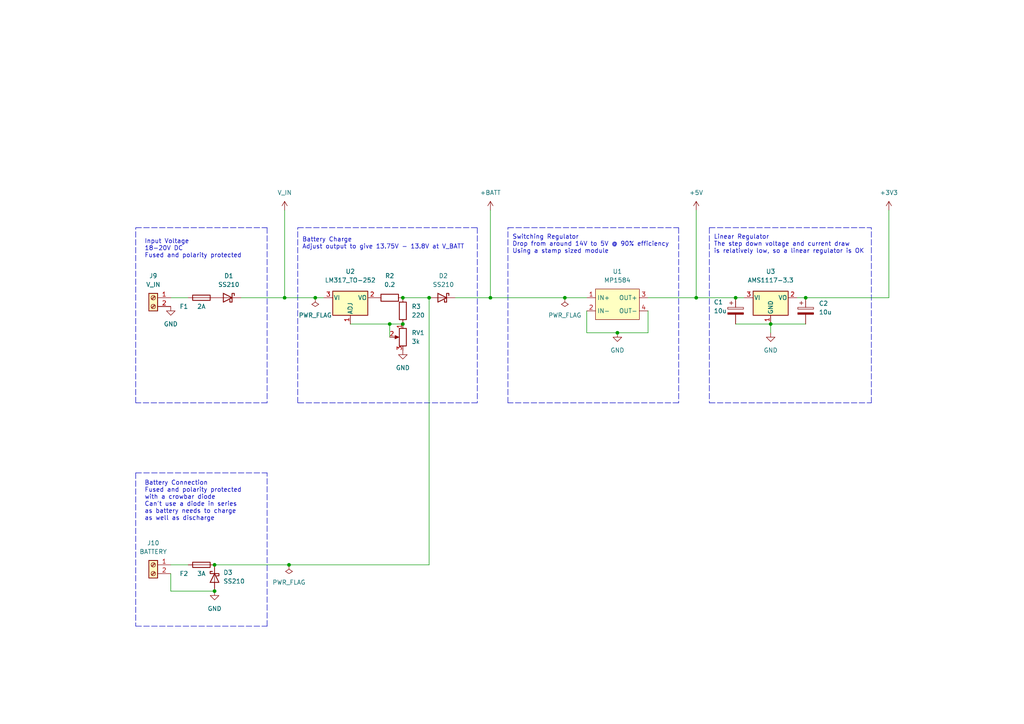
<source format=kicad_sch>
(kicad_sch (version 20211123) (generator eeschema)
  (paper "A4")
  (lib_symbols
    (symbol "Connector:Screw_Terminal_01x02" (pin_names (offset 1.016) hide)
      (property "Reference" "J" (at 0 2.54 0))
      (property "Value" "Screw_Terminal_01x02" (at 0 -5.08 0))
      (symbol "Screw_Terminal_01x02_1_1"
        (rectangle (start -1.27 1.27) (end 1.27 -3.81) (stroke (width 0.254)) (fill (type background)))
        (circle (center 0 -2.54) (radius 0.635) (stroke (width 0.1524)))
        (polyline (pts (xy -0.5334 -2.2098) (xy 0.3302 -3.048)) (stroke (width 0.1524)))
        (polyline (pts (xy -0.5334 0.3302) (xy 0.3302 -0.508)) (stroke (width 0.1524)))
        (polyline (pts (xy -0.3556 -2.032) (xy 0.508 -2.8702)) (stroke (width 0.1524)))
        (polyline (pts (xy -0.3556 0.508) (xy 0.508 -0.3302)) (stroke (width 0.1524)))
        (circle (center 0 0) (radius 0.635) (stroke (width 0.1524)))
        (pin passive line (at -5.08 0 0) (length 3.81) (name "Pin_1") (number "1"))
        (pin passive line (at -5.08 -2.54 0) (length 3.81) (name "Pin_2") (number "2"))
      )
    )
    (symbol "Device:C_Polarized" (pin_numbers hide) (pin_names (offset 0.254))
      (property "Reference" "C" (at 0.635 2.54 0))
      (property "Value" "C_Polarized" (at 0.635 -2.54 0))
      (symbol "C_Polarized_0_1"
        (rectangle (start -2.286 0.508) (end 2.286 1.016))
        (polyline (pts (xy -1.778 2.286) (xy -0.762 2.286)))
        (polyline (pts (xy -1.27 2.794) (xy -1.27 1.778)))
        (rectangle (start 2.286 -0.508) (end -2.286 -1.016) (fill (type outline)))
      )
      (symbol "C_Polarized_1_1"
        (pin passive line (at 0 3.81 270) (length 2.794) (name "~") (number "1"))
        (pin passive line (at 0 -3.81 90) (length 2.794) (name "~") (number "2"))
      )
    )
    (symbol "Device:D_Schottky" (pin_numbers hide) (pin_names (offset 1.016) hide)
      (property "Reference" "D" (at 0 2.54 0))
      (property "Value" "D_Schottky" (at 0 -2.54 0))
      (symbol "D_Schottky_0_1"
        (polyline (pts (xy 1.27 0) (xy -1.27 0)))
        (polyline (pts (xy 1.27 1.27) (xy 1.27 -1.27) (xy -1.27 0) (xy 1.27 1.27)) (stroke (width 0.254)))
        (polyline (pts (xy -1.905 0.635) (xy -1.905 1.27) (xy -1.27 1.27) (xy -1.27 -1.27) (xy -0.635 -1.27) (xy -0.635 -0.635)) (stroke (width 0.254)))
      )
      (symbol "D_Schottky_1_1"
        (pin passive line (at -3.81 0 0) (length 2.54) (name "K") (number "1"))
        (pin passive line (at 3.81 0 180) (length 2.54) (name "A") (number "2"))
      )
    )
    (symbol "Device:Fuse" (pin_numbers hide) (pin_names (offset 0))
      (property "Reference" "F" (at 2.032 0 90))
      (property "Value" "Fuse" (at -1.905 0 90))
      (symbol "Fuse_0_1"
        (rectangle (start -0.762 -2.54) (end 0.762 2.54) (stroke (width 0.254)))
        (polyline (pts (xy 0 2.54) (xy 0 -2.54)))
      )
      (symbol "Fuse_1_1"
        (pin passive line (at 0 3.81 270) (length 1.27) (name "~") (number "1"))
        (pin passive line (at 0 -3.81 90) (length 1.27) (name "~") (number "2"))
      )
    )
    (symbol "Device:R" (pin_numbers hide) (pin_names (offset 0))
      (property "Reference" "R" (at 2.032 0 90))
      (property "Value" "R" (at 0 0 90))
      (symbol "R_0_1"
        (rectangle (start -1.016 -2.54) (end 1.016 2.54) (stroke (width 0.254)))
      )
      (symbol "R_1_1"
        (pin passive line (at 0 3.81 270) (length 1.27) (name "~") (number "1"))
        (pin passive line (at 0 -3.81 90) (length 1.27) (name "~") (number "2"))
      )
    )
    (symbol "Device:R_Potentiometer" (pin_names (offset 1.016) hide)
      (property "Reference" "RV" (at -4.445 0 90))
      (property "Value" "R_Potentiometer" (at -2.54 0 90))
      (symbol "R_Potentiometer_0_1"
        (polyline (pts (xy 2.54 0) (xy 1.524 0)))
        (polyline (pts (xy 1.143 0) (xy 2.286 0.508) (xy 2.286 -0.508) (xy 1.143 0)) (fill (type outline)))
        (rectangle (start 1.016 2.54) (end -1.016 -2.54) (stroke (width 0.254)))
      )
      (symbol "R_Potentiometer_1_1"
        (pin passive line (at 0 3.81 270) (length 1.27) (name "1") (number "1"))
        (pin passive line (at 3.81 0 180) (length 1.27) (name "2") (number "2"))
        (pin passive line (at 0 -3.81 90) (length 1.27) (name "3") (number "3"))
      )
    )
    (symbol "MP1584_Buck_Converter:MP1584"
      (property "Reference" "U" (at 0 2.54 0))
      (property "Value" "MP1584" (at 0 0 0))
      (symbol "MP1584_0_1"
        (rectangle (start -6.35 -1.27) (end 6.35 -10.16) (fill (type background)))
      )
      (symbol "MP1584_1_1"
        (pin power_in line (at -8.89 -3.81 0) (length 2.54) (name "IN+") (number "1"))
        (pin power_in line (at -8.89 -7.62 0) (length 2.54) (name "IN-") (number "2"))
        (pin power_out line (at 8.89 -3.81 180) (length 2.54) (name "OUT+") (number "3"))
        (pin power_out line (at 8.89 -7.62 180) (length 2.54) (name "OUT-") (number "4"))
      )
    )
    (symbol "Power:V_BATT" (power) (pin_names (offset 0))
      (property "Value" "V_BATT" (at 0 3.556 0))
      (symbol "V_BATT_0_1"
        (polyline (pts (xy -0.762 1.27) (xy 0 2.54)))
        (polyline (pts (xy 0 0) (xy 0 2.54)))
        (polyline (pts (xy 0 2.54) (xy 0.762 1.27)))
      )
      (symbol "V_BATT_1_1"
        (pin power_in line (at 0 0 90) (length 0) hide (name "+BATT") (number "1"))
      )
    )
    (symbol "Power:V_IN" (power) (pin_names (offset 0))
      (property "Value" "V_IN" (at 0 3.556 0))
      (symbol "V_IN_0_1"
        (polyline (pts (xy -0.762 1.27) (xy 0 2.54)))
        (polyline (pts (xy 0 0) (xy 0 2.54)))
        (polyline (pts (xy 0 2.54) (xy 0.762 1.27)))
      )
      (symbol "V_IN_1_1"
        (pin power_in line (at 0 0 90) (length 0) hide (name "V_IN") (number "1"))
      )
    )
    (symbol "Regulator_Linear:AMS1117-3.3" (pin_names (offset 0.254))
      (property "Reference" "U" (at -3.81 3.175 0))
      (property "Value" "AMS1117-3.3" (at 0 3.175 0))
      (symbol "AMS1117-3.3_0_1"
        (rectangle (start -5.08 -5.08) (end 5.08 1.905) (stroke (width 0.254)) (fill (type background)))
      )
      (symbol "AMS1117-3.3_1_1"
        (pin power_in line (at 0 -7.62 90) (length 2.54) (name "GND") (number "1"))
        (pin power_out line (at 7.62 0 180) (length 2.54) (name "VO") (number "2"))
        (pin power_in line (at -7.62 0 0) (length 2.54) (name "VI") (number "3"))
      )
    )
    (symbol "Regulator_Linear:LM317_TO-252" (pin_names (offset 0.254))
      (property "Reference" "U" (at -3.81 3.175 0))
      (property "Value" "LM317_TO-252" (at 0 3.175 0))
      (symbol "LM317_TO-252_0_1"
        (rectangle (start -5.08 1.905) (end 5.08 -5.08) (stroke (width 0.254)) (fill (type background)))
      )
      (symbol "LM317_TO-252_1_1"
        (pin input line (at 0 -7.62 90) (length 2.54) (name "ADJ") (number "1"))
        (pin power_out line (at 7.62 0 180) (length 2.54) (name "VO") (number "2"))
        (pin power_in line (at -7.62 0 0) (length 2.54) (name "VI") (number "3"))
      )
    )
    (symbol "power:+3V3" (power) (pin_names (offset 0))
      (property "Value" "+3V3" (at 0 3.556 0))
      (symbol "+3V3_0_1"
        (polyline (pts (xy -0.762 1.27) (xy 0 2.54)))
        (polyline (pts (xy 0 0) (xy 0 2.54)))
        (polyline (pts (xy 0 2.54) (xy 0.762 1.27)))
      )
      (symbol "+3V3_1_1"
        (pin power_in line (at 0 0 90) (length 0) hide (name "+3V3") (number "1"))
      )
    )
    (symbol "power:+5V" (power) (pin_names (offset 0))
      (property "Value" "+5V" (at 0 3.556 0))
      (symbol "+5V_0_1"
        (polyline (pts (xy -0.762 1.27) (xy 0 2.54)))
        (polyline (pts (xy 0 0) (xy 0 2.54)))
        (polyline (pts (xy 0 2.54) (xy 0.762 1.27)))
      )
      (symbol "+5V_1_1"
        (pin power_in line (at 0 0 90) (length 0) hide (name "+5V") (number "1"))
      )
    )
    (symbol "power:GND" (power) (pin_names (offset 0))
      (property "Value" "GND" (at 0 -3.81 0))
      (symbol "GND_0_1"
        (polyline (pts (xy 0 0) (xy 0 -1.27) (xy 1.27 -1.27) (xy 0 -2.54) (xy -1.27 -1.27) (xy 0 -1.27)))
      )
      (symbol "GND_1_1"
        (pin power_in line (at 0 0 270) (length 0) hide (name "GND") (number "1"))
      )
    )
    (symbol "power:PWR_FLAG" (power) (pin_numbers hide) (pin_names (offset 0) hide)
      (property "Value" "PWR_FLAG" (at 0 3.81 0))
      (symbol "PWR_FLAG_0_0"
        (pin power_out line (at 0 0 90) (length 0) (name "pwr") (number "1"))
      )
      (symbol "PWR_FLAG_0_1"
        (polyline (pts (xy 0 0) (xy 0 1.27) (xy -1.016 1.905) (xy 0 2.54) (xy 1.016 1.905) (xy 0 1.27)))
      )
    )
  )
  (junction (at 83.82 163.83))
  (junction (at 82.55 86.36))
  (junction (at 142.24 86.36))
  (junction (at 124.46 86.36))
  (junction (at 163.83 86.36))
  (junction (at 113.03 93.98))
  (junction (at 62.23 163.83))
  (junction (at 179.07 96.52))
  (junction (at 201.93 86.36))
  (junction (at 213.36 86.36))
  (junction (at 116.84 93.98))
  (junction (at 116.84 86.36))
  (junction (at 91.44 86.36))
  (junction (at 62.23 171.45))
  (junction (at 233.68 86.36))
  (junction (at 223.52 93.98))
  (wire (pts (xy 201.93 60.96) (xy 201.93 86.36)))
  (wire (pts (xy 124.46 86.36) (xy 124.46 163.83)))
  (wire (pts (xy 170.18 96.52) (xy 179.07 96.52)))
  (polyline (pts (xy 39.37 116.84) (xy 39.37 66.04)))
  (polyline (pts (xy 86.36 66.04) (xy 138.43 66.04)))
  (wire (pts (xy 257.81 60.96) (xy 257.81 86.36)))
  (wire (pts (xy 82.55 86.36) (xy 91.44 86.36)))
  (wire (pts (xy 83.82 163.83) (xy 124.46 163.83)))
  (polyline (pts (xy 196.85 116.84) (xy 147.32 116.84)))
  (wire (pts (xy 49.53 86.36) (xy 54.61 86.36)))
  (wire (pts (xy 187.96 90.17) (xy 187.96 96.52)))
  (wire (pts (xy 142.24 86.36) (xy 163.83 86.36)))
  (wire (pts (xy 49.53 163.83) (xy 54.61 163.83)))
  (polyline (pts (xy 205.74 66.04) (xy 205.74 116.84)))
  (wire (pts (xy 62.23 171.45) (xy 49.53 171.45)))
  (polyline (pts (xy 39.37 181.61) (xy 77.47 181.61)))
  (polyline (pts (xy 205.74 66.04) (xy 252.73 66.04)))
  (polyline (pts (xy 77.47 66.04) (xy 77.47 116.84)))
  (wire (pts (xy 82.55 60.96) (xy 82.55 86.36)))
  (wire (pts (xy 187.96 96.52) (xy 179.07 96.52)))
  (wire (pts (xy 170.18 90.17) (xy 170.18 96.52)))
  (polyline (pts (xy 77.47 181.61) (xy 77.47 137.16)))
  (wire (pts (xy 101.6 93.98) (xy 113.03 93.98)))
  (wire (pts (xy 91.44 86.36) (xy 93.98 86.36)))
  (polyline (pts (xy 147.32 116.84) (xy 147.32 66.04)))
  (wire (pts (xy 116.84 86.36) (xy 124.46 86.36)))
  (wire (pts (xy 132.08 86.36) (xy 142.24 86.36)))
  (polyline (pts (xy 205.74 116.84) (xy 252.73 116.84)))
  (wire (pts (xy 142.24 60.96) (xy 142.24 86.36)))
  (wire (pts (xy 233.68 86.36) (xy 257.81 86.36)))
  (polyline (pts (xy 86.36 116.84) (xy 86.36 66.04)))
  (wire (pts (xy 223.52 93.98) (xy 223.52 96.52)))
  (wire (pts (xy 213.36 86.36) (xy 215.9 86.36)))
  (wire (pts (xy 113.03 93.98) (xy 113.03 97.79)))
  (wire (pts (xy 201.93 86.36) (xy 213.36 86.36)))
  (wire (pts (xy 116.84 93.98) (xy 113.03 93.98)))
  (polyline (pts (xy 138.43 66.04) (xy 138.43 116.84)))
  (wire (pts (xy 62.23 163.83) (xy 83.82 163.83)))
  (wire (pts (xy 49.53 171.45) (xy 49.53 166.37)))
  (wire (pts (xy 213.36 93.98) (xy 223.52 93.98)))
  (polyline (pts (xy 77.47 116.84) (xy 39.37 116.84)))
  (polyline (pts (xy 39.37 66.04) (xy 77.47 66.04)))
  (wire (pts (xy 187.96 86.36) (xy 201.93 86.36)))
  (wire (pts (xy 231.14 86.36) (xy 233.68 86.36)))
  (wire (pts (xy 69.85 86.36) (xy 82.55 86.36)))
  (polyline (pts (xy 196.85 66.04) (xy 196.85 116.84)))
  (polyline (pts (xy 39.37 137.16) (xy 77.47 137.16)))
  (wire (pts (xy 163.83 86.36) (xy 170.18 86.36)))
  (wire (pts (xy 223.52 93.98) (xy 233.68 93.98)))
  (polyline (pts (xy 138.43 116.84) (xy 86.36 116.84)))
  (polyline (pts (xy 39.37 137.16) (xy 39.37 181.61)))
  (polyline (pts (xy 147.32 66.04) (xy 196.85 66.04)))
  (polyline (pts (xy 252.73 116.84) (xy 252.73 66.04)))
  (text "Battery Charge\nAdjust output to give 13.75V - 13.8V at V_BATT" (at 87.63 72.39 0) (effects (font (size 1.27 1.27)) (justify left bottom)))
  (text "Linear Regulator\nThe step down voltage and current draw\nis relatively low, so a linear regulator is OK" (at 207.01 73.66 0) (effects (font (size 1.27 1.27)) (justify left bottom)))
  (text "Battery Connection\nFused and polarity protected \nwith a crowbar diode\nCan't use a diode in series \nas battery needs to charge \nas well as discharge" (at 41.91 151.13 0) (effects (font (size 1.27 1.27)) (justify left bottom)))
  (text "Switching Regulator\nDrop from around 14V to 5V @ 90% efficiency\nUsing a stamp sized module" (at 148.59 73.66 0) (effects (font (size 1.27 1.27)) (justify left bottom)))
  (text "Input Voltage\n18-20V DC\nFused and polarity protected" (at 41.91 74.93 0) (effects (font (size 1.27 1.27)) (justify left bottom)))
  (symbol (lib_id "Device:Fuse") (at 58.42 86.36 270) (unit 1)
    (property "Reference" "F1" (at 53.34 88.9 90))
    (property "Value" "2A" (at 58.42 88.9 90))
    (property "Footprint" "Fuse:Fuseholder_Cylinder-5x20mm_Schurter_0031_8201_Horizontal_Open" (effects hide))
    (property "BUY" "C3130" (effects hide))
  )
  (symbol (lib_id "power:GND") (at 223.52 96.52 0) (unit 1)
    (property "Reference" "#PWR023" (effects hide))
    (property "Value" "GND" (at 223.52 101.6 0))
  )
  (symbol (lib_id "Device:R_Potentiometer") (at 116.84 97.79 0) (mirror y) (unit 1)
    (property "Reference" "RV1" (at 119.38 96.5199 0) (effects (justify right)))
    (property "Value" "3k" (at 119.38 99.0599 0) (effects (justify right)))
    (property "Footprint" "Potentiometer_THT:Potentiometer_Bourns_3296W_Vertical" (effects hide))
    (property "BUY" "https://www.ebay.co.uk/itm/114981515542" (effects hide))
  )
  (symbol (lib_id "power:PWR_FLAG") (at 163.83 86.36 0) (mirror x) (unit 1)
    (property "Reference" "#FLG02" (effects hide))
    (property "Value" "PWR_FLAG" (at 163.83 91.44 0))
  )
  (symbol (lib_id "power:GND") (at 116.84 101.6 0) (unit 1)
    (property "Reference" "#PWR024" (effects hide))
    (property "Value" "GND" (at 116.84 106.68 0))
  )
  (symbol (lib_id "Device:C_Polarized") (at 213.36 90.17 0) (unit 1)
    (property "Reference" "C1" (at 207.01 87.63 0) (effects (justify left)))
    (property "Value" "10u" (at 207.01 90.17 0) (effects (justify left)))
    (property "Footprint" "Capacitor_Tantalum_SMD:CP_EIA-3216-18_Kemet-A" (effects hide))
    (property "LCSC" "C7171" (effects hide))
  )
  (symbol (lib_id "power:+3V3") (at 257.81 60.96 0) (unit 1)
    (property "Reference" "#PWR020" (effects hide))
    (property "Value" "+3V3" (at 257.81 55.88 0))
  )
  (symbol (lib_id "Device:D_Schottky") (at 66.04 86.36 0) (mirror y) (unit 1)
    (property "Reference" "D1" (at 66.3575 80.01 0))
    (property "Value" "SS210" (at 66.3575 82.55 0))
    (property "Footprint" "Diode_SMD:D_SMA" (effects hide))
    (property "Datasheet" "https://datasheet.lcsc.com/lcsc/1811071613_MDD-Microdiode-Electronics--SS210_C14996.pdf" (effects hide))
    (property "LCSC" "C14996" (effects hide))
  )
  (symbol (lib_id "Power:V_IN") (at 82.55 60.96 0) (unit 1)
    (property "Reference" "#PWR017" (effects hide))
    (property "Value" "V_IN" (at 82.55 55.88 0))
  )
  (symbol (lib_id "Device:D_Schottky") (at 62.23 167.64 90) (mirror x) (unit 1)
    (property "Reference" "D3" (at 64.77 166.0524 90) (effects (justify right)))
    (property "Value" "SS210" (at 64.77 168.5924 90) (effects (justify right)))
    (property "Footprint" "Diode_SMD:D_SMA" (effects hide))
    (property "Datasheet" "https://datasheet.lcsc.com/lcsc/1811071613_MDD-Microdiode-Electronics--SS210_C14996.pdf" (effects hide))
    (property "LCSC" "C14996" (effects hide))
  )
  (symbol (lib_id "Regulator_Linear:LM317_TO-252") (at 101.6 86.36 0) (unit 1)
    (property "Reference" "U2" (at 101.6 78.74 0))
    (property "Value" "LM317_TO-252" (at 101.6 81.28 0))
    (property "Footprint" "Package_TO_SOT_SMD:TO-252-2" (effects hide))
    (property "Datasheet" "http://www.ti.com/lit/ds/snvs774n/snvs774n.pdf" (effects hide))
    (property "LCSC" "C75510" (effects hide))
  )
  (symbol (lib_id "power:PWR_FLAG") (at 83.82 163.83 0) (mirror x) (unit 1)
    (property "Reference" "#FLG0101" (effects hide))
    (property "Value" "PWR_FLAG" (at 83.82 168.91 0))
  )
  (symbol (lib_id "power:+5V") (at 201.93 60.96 0) (unit 1)
    (property "Reference" "#PWR019" (effects hide))
    (property "Value" "+5V" (at 201.93 55.88 0))
  )
  (symbol (lib_id "power:PWR_FLAG") (at 91.44 86.36 0) (mirror x) (unit 1)
    (property "Reference" "#FLG01" (effects hide))
    (property "Value" "PWR_FLAG" (at 91.44 91.44 0))
  )
  (symbol (lib_id "Connector:Screw_Terminal_01x02") (at 44.45 86.36 0) (mirror y) (unit 1)
    (property "Reference" "J9" (at 44.45 80.01 0))
    (property "Value" "V_IN" (at 44.45 82.55 0))
    (property "Footprint" "TerminalBlock_Phoenix:TerminalBlock_Phoenix_MPT-0,5-2-2.54_1x02_P2.54mm_Horizontal" (effects hide))
    (property "Datasheet" "https://datasheet.lcsc.com/lcsc/2201131330_DIBO-DB125-2-54-2P-GN_C918120.pdf" (effects hide))
    (property "BUY" "C918120" (effects hide))
  )
  (symbol (lib_id "Device:R") (at 116.84 90.17 0) (unit 1)
    (property "Reference" "R3" (at 119.38 88.8999 0) (effects (justify left)))
    (property "Value" "220" (at 119.38 91.4399 0) (effects (justify left)))
    (property "Footprint" "Resistor_SMD:R_0603_1608Metric" (effects hide))
    (property "LCSC" "C22962" (effects hide))
  )
  (symbol (lib_id "Power:V_BATT") (at 142.24 60.96 0) (unit 1)
    (property "Reference" "#PWR018" (effects hide))
    (property "Value" "V_BATT" (at 142.24 55.88 0))
  )
  (symbol (lib_id "MP1584_Buck_Converter:MP1584") (at 179.07 82.55 0) (unit 1)
    (property "Reference" "U1" (at 179.07 78.74 0))
    (property "Value" "MP1584" (at 179.07 81.28 0))
    (property "Footprint" "MP1584:MP1584" (effects hide))
  )
  (symbol (lib_id "Connector:Screw_Terminal_01x02") (at 44.45 163.83 0) (mirror y) (unit 1)
    (property "Reference" "J10" (at 44.45 157.48 0))
    (property "Value" "BATTERY" (at 44.45 160.02 0))
    (property "Footprint" "TerminalBlock_Phoenix:TerminalBlock_Phoenix_MPT-0,5-2-2.54_1x02_P2.54mm_Horizontal" (effects hide))
    (property "Datasheet" "https://datasheet.lcsc.com/lcsc/2201131330_DIBO-DB125-2-54-2P-GN_C918120.pdf" (effects hide))
    (property "BUY" "C918120" (effects hide))
  )
  (symbol (lib_id "Regulator_Linear:AMS1117-3.3") (at 223.52 86.36 0) (unit 1)
    (property "Reference" "U3" (at 223.52 78.74 0))
    (property "Value" "AMS1117-3.3" (at 223.52 81.28 0))
    (property "Footprint" "Package_TO_SOT_SMD:SOT-223-3_TabPin2" (effects hide))
    (property "Datasheet" "http://www.advanced-monolithic.com/pdf/ds1117.pdf" (effects hide))
    (property "LCSC" "C6186" (effects hide))
  )
  (symbol (lib_id "power:GND") (at 49.53 88.9 0) (unit 1)
    (property "Reference" "#PWR021" (effects hide))
    (property "Value" "GND" (at 49.53 93.98 0))
  )
  (symbol (lib_id "power:GND") (at 62.23 171.45 0) (unit 1)
    (property "Reference" "#PWR025" (effects hide))
    (property "Value" "GND" (at 62.23 176.53 0))
  )
  (symbol (lib_id "Device:Fuse") (at 58.42 163.83 270) (unit 1)
    (property "Reference" "F2" (at 53.34 166.37 90))
    (property "Value" "3A" (at 58.42 166.37 90))
    (property "Footprint" "Fuse:Fuseholder_Cylinder-5x20mm_Schurter_0031_8201_Horizontal_Open" (effects hide))
    (property "BUY" "C3130" (effects hide))
  )
  (symbol (lib_id "power:GND") (at 179.07 96.52 0) (unit 1)
    (property "Reference" "#PWR022" (effects hide))
    (property "Value" "GND" (at 179.07 101.6 0))
  )
  (symbol (lib_id "Device:R") (at 113.03 86.36 90) (unit 1)
    (property "Reference" "R2" (at 113.03 80.01 90))
    (property "Value" "0.2" (at 113.03 82.55 90))
    (property "Footprint" "Resistor_SMD:R_2512_6332Metric_Pad1.40x3.35mm_HandSolder" (effects hide))
    (property "Datasheet" "https://datasheet.lcsc.com/lcsc/2010141604_Milliohm-HoGT2512-2W-200mR-1-_C841782.pdf" (effects hide))
    (property "BUY" "C841782" (effects hide))
  )
  (symbol (lib_id "Device:D_Schottky") (at 128.27 86.36 0) (mirror y) (unit 1)
    (property "Reference" "D2" (at 128.5875 80.01 0))
    (property "Value" "SS210" (at 128.5875 82.55 0))
    (property "Footprint" "Diode_SMD:D_SMA" (effects hide))
    (property "Datasheet" "https://datasheet.lcsc.com/lcsc/1811071613_MDD-Microdiode-Electronics--SS210_C14996.pdf" (effects hide))
    (property "LCSC" "C14996" (effects hide))
  )
  (symbol (lib_id "Device:C_Polarized") (at 233.68 90.17 0) (unit 1)
    (property "Reference" "C2" (at 237.49 88.0109 0) (effects (justify left)))
    (property "Value" "10u" (at 237.49 90.5509 0) (effects (justify left)))
    (property "Footprint" "Capacitor_Tantalum_SMD:CP_EIA-3216-18_Kemet-A" (effects hide))
    (property "LCSC" "C7171" (effects hide))
  )
)
</source>
